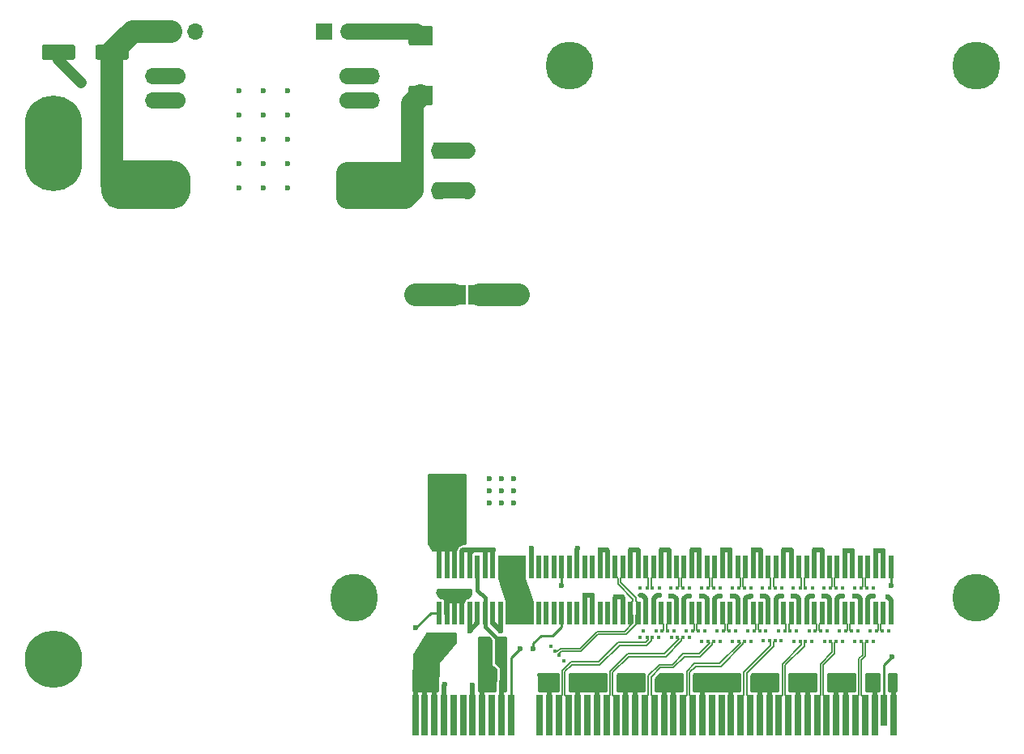
<source format=gtl>
%TF.GenerationSoftware,KiCad,Pcbnew,(5.1.9)-1*%
%TF.CreationDate,2021-07-12T14:29:20+08:00*%
%TF.ProjectId,V1-10x10,56312d31-3078-4313-902e-6b696361645f,rev?*%
%TF.SameCoordinates,Original*%
%TF.FileFunction,Copper,L1,Top*%
%TF.FilePolarity,Positive*%
%FSLAX46Y46*%
G04 Gerber Fmt 4.6, Leading zero omitted, Abs format (unit mm)*
G04 Created by KiCad (PCBNEW (5.1.9)-1) date 2021-07-12 14:29:20*
%MOMM*%
%LPD*%
G01*
G04 APERTURE LIST*
%TA.AperFunction,ConnectorPad*%
%ADD10R,0.700000X4.300000*%
%TD*%
%TA.AperFunction,ConnectorPad*%
%ADD11R,0.700000X3.200000*%
%TD*%
%TA.AperFunction,ComponentPad*%
%ADD12O,6.000000X10.000000*%
%TD*%
%TA.AperFunction,ComponentPad*%
%ADD13C,6.000000*%
%TD*%
%TA.AperFunction,SMDPad,CuDef*%
%ADD14R,0.500000X2.400000*%
%TD*%
%TA.AperFunction,ComponentPad*%
%ADD15C,5.000000*%
%TD*%
%TA.AperFunction,ComponentPad*%
%ADD16R,1.700000X1.700000*%
%TD*%
%TA.AperFunction,ComponentPad*%
%ADD17O,1.700000X1.700000*%
%TD*%
%TA.AperFunction,SMDPad,CuDef*%
%ADD18R,2.400000X2.000000*%
%TD*%
%TA.AperFunction,ComponentPad*%
%ADD19C,1.700000*%
%TD*%
%TA.AperFunction,ConnectorPad*%
%ADD20O,4.240000X1.700000*%
%TD*%
%TA.AperFunction,ViaPad*%
%ADD21C,0.600000*%
%TD*%
%TA.AperFunction,ViaPad*%
%ADD22C,0.450000*%
%TD*%
%TA.AperFunction,ViaPad*%
%ADD23C,0.800000*%
%TD*%
%TA.AperFunction,Conductor*%
%ADD24C,2.400000*%
%TD*%
%TA.AperFunction,Conductor*%
%ADD25C,0.500000*%
%TD*%
%TA.AperFunction,Conductor*%
%ADD26C,1.700000*%
%TD*%
%TA.AperFunction,Conductor*%
%ADD27C,1.200000*%
%TD*%
%TA.AperFunction,Conductor*%
%ADD28C,0.381000*%
%TD*%
%TA.AperFunction,Conductor*%
%ADD29C,0.250000*%
%TD*%
%TA.AperFunction,Conductor*%
%ADD30C,0.254000*%
%TD*%
%TA.AperFunction,Conductor*%
%ADD31C,0.153670*%
%TD*%
%TA.AperFunction,Conductor*%
%ADD32C,0.100000*%
%TD*%
G04 APERTURE END LIST*
D10*
X147650000Y-130550000D03*
X146650000Y-130550000D03*
X152650000Y-130550000D03*
X151650000Y-130550000D03*
X150650000Y-130550000D03*
X149650000Y-130550000D03*
X148650000Y-130550000D03*
X143650000Y-130550000D03*
X142650000Y-130550000D03*
X141650000Y-130550000D03*
X140650000Y-130550000D03*
X139650000Y-130550000D03*
X138650000Y-130550000D03*
X137650000Y-130550000D03*
X136650000Y-130550000D03*
X135650000Y-130550000D03*
X134650000Y-130550000D03*
X133650000Y-130550000D03*
X153650000Y-130550000D03*
X154650000Y-130550000D03*
X155650000Y-130550000D03*
X156650000Y-130550000D03*
X157650000Y-130550000D03*
X158650000Y-130550000D03*
X159650000Y-130550000D03*
X160650000Y-130550000D03*
X161650000Y-130550000D03*
X162650000Y-130550000D03*
X163650000Y-130550000D03*
X164650000Y-130550000D03*
X165650000Y-130550000D03*
X166650000Y-130550000D03*
X167650000Y-130550000D03*
X168650000Y-130550000D03*
X169650000Y-130550000D03*
X170650000Y-130550000D03*
X171650000Y-130550000D03*
X172650000Y-130550000D03*
X173650000Y-130550000D03*
X174650000Y-130550000D03*
X175650000Y-130550000D03*
X176650000Y-130550000D03*
X177650000Y-130550000D03*
X178650000Y-130550000D03*
X179650000Y-130550000D03*
X180650000Y-130550000D03*
X181650000Y-130550000D03*
D11*
X182650000Y-130000000D03*
D10*
X183650000Y-130550000D03*
D12*
X95800000Y-70750000D03*
D13*
X95800000Y-124650001D03*
D14*
X183350000Y-115020000D03*
X182550000Y-115020000D03*
X181750000Y-115020000D03*
X180950000Y-115020000D03*
X180150000Y-115020000D03*
X179350000Y-115020000D03*
X178550000Y-115020000D03*
X177750000Y-115020000D03*
X176950000Y-115020000D03*
X176150000Y-115020000D03*
X175350000Y-115020000D03*
X174550000Y-115020000D03*
X173750000Y-115020000D03*
X172950000Y-115020000D03*
X172150000Y-115020000D03*
X171350000Y-115020000D03*
X170550000Y-115020000D03*
X169750000Y-115020000D03*
X168950000Y-115020000D03*
X168150000Y-115020000D03*
X167350000Y-115020000D03*
X166550000Y-115020000D03*
X165750000Y-115020000D03*
X164950000Y-115020000D03*
X164150000Y-115020000D03*
X163350000Y-115020000D03*
X162550000Y-115020000D03*
X161750000Y-115020000D03*
X160950000Y-115020000D03*
X160150000Y-115020000D03*
X159350000Y-115020000D03*
X158550000Y-115020000D03*
X157750000Y-115020000D03*
X156950000Y-115020000D03*
X156150000Y-115020000D03*
X155350000Y-115020000D03*
X154550000Y-115020000D03*
X153750000Y-115020000D03*
X152950000Y-115020000D03*
X152150000Y-115020000D03*
X151350000Y-115020000D03*
X150550000Y-115020000D03*
X149750000Y-115020000D03*
X148950000Y-115020000D03*
X148150000Y-115020000D03*
X147350000Y-115020000D03*
X146550000Y-115020000D03*
X145750000Y-115020000D03*
X144950000Y-115020000D03*
X144150000Y-115020000D03*
X143350000Y-115020000D03*
X142550000Y-115020000D03*
X141750000Y-115020000D03*
X140950000Y-115020000D03*
X140150000Y-115020000D03*
X139350000Y-115020000D03*
X138550000Y-115020000D03*
X137750000Y-115020000D03*
X136950000Y-115020000D03*
X136150000Y-115020000D03*
X183350000Y-119820000D03*
X182550000Y-119820000D03*
X181750000Y-119820000D03*
X180950000Y-119820000D03*
X180150000Y-119820000D03*
X179350000Y-119820000D03*
X178550000Y-119820000D03*
X177750000Y-119820000D03*
X176950000Y-119820000D03*
X176150000Y-119820000D03*
X175350000Y-119820000D03*
X174550000Y-119820000D03*
X173750000Y-119820000D03*
X172950000Y-119820000D03*
X172150000Y-119820000D03*
X171350000Y-119820000D03*
X170550000Y-119820000D03*
X169750000Y-119820000D03*
X168950000Y-119820000D03*
X168150000Y-119820000D03*
X167350000Y-119820000D03*
X166550000Y-119820000D03*
X165750000Y-119820000D03*
X164950000Y-119820000D03*
X164150000Y-119820000D03*
X163350000Y-119820000D03*
X162550000Y-119820000D03*
X161750000Y-119820000D03*
X160950000Y-119820000D03*
X160150000Y-119820000D03*
X159350000Y-119820000D03*
X158550000Y-119820000D03*
X157750000Y-119820000D03*
X156950000Y-119820000D03*
X156150000Y-119820000D03*
X155350000Y-119820000D03*
X154550000Y-119820000D03*
X153750000Y-119820000D03*
X152950000Y-119820000D03*
X152150000Y-119820000D03*
X151350000Y-119820000D03*
X150550000Y-119820000D03*
X149750000Y-119820000D03*
X148950000Y-119820000D03*
X148150000Y-119820000D03*
X147350000Y-119820000D03*
X146550000Y-119820000D03*
X145750000Y-119820000D03*
X144950000Y-119820000D03*
X144150000Y-119820000D03*
X143350000Y-119820000D03*
X142550000Y-119820000D03*
X141750000Y-119820000D03*
X140950000Y-119820000D03*
X140150000Y-119820000D03*
X139350000Y-119820000D03*
X138550000Y-119820000D03*
X137750000Y-119820000D03*
X136950000Y-119820000D03*
D15*
X192250000Y-118220000D03*
X192250000Y-62620000D03*
X149750000Y-62620000D03*
D14*
X136150000Y-119820000D03*
D15*
X127250000Y-118220000D03*
D16*
X124130000Y-59080000D03*
D17*
X126670000Y-59080000D03*
D16*
X108130000Y-59080000D03*
D17*
X110670000Y-59080000D03*
D18*
X140405000Y-86530000D03*
X137755000Y-86530000D03*
D19*
X126598000Y-76454000D03*
D20*
X127868000Y-76454000D03*
X127868000Y-73914000D03*
D19*
X126598000Y-73914000D03*
D20*
X127868000Y-66294000D03*
D19*
X126598000Y-63754000D03*
X126598000Y-66294000D03*
D20*
X127868000Y-63754000D03*
X107548000Y-66294000D03*
D19*
X108818000Y-66294000D03*
D20*
X107548000Y-63754000D03*
D19*
X108818000Y-63754000D03*
D20*
X107548000Y-76454000D03*
D19*
X108818000Y-76454000D03*
D20*
X107548000Y-73914000D03*
D19*
X108818000Y-73914000D03*
%TA.AperFunction,SMDPad,CuDef*%
G36*
G01*
X132704000Y-72126000D02*
X132704000Y-70876000D01*
G75*
G02*
X132954000Y-70626000I250000J0D01*
G01*
X133704000Y-70626000D01*
G75*
G02*
X133954000Y-70876000I0J-250000D01*
G01*
X133954000Y-72126000D01*
G75*
G02*
X133704000Y-72376000I-250000J0D01*
G01*
X132954000Y-72376000D01*
G75*
G02*
X132704000Y-72126000I0J250000D01*
G01*
G37*
%TD.AperFunction*%
%TA.AperFunction,SMDPad,CuDef*%
G36*
G01*
X135504000Y-72126000D02*
X135504000Y-70876000D01*
G75*
G02*
X135754000Y-70626000I250000J0D01*
G01*
X136504000Y-70626000D01*
G75*
G02*
X136754000Y-70876000I0J-250000D01*
G01*
X136754000Y-72126000D01*
G75*
G02*
X136504000Y-72376000I-250000J0D01*
G01*
X135754000Y-72376000D01*
G75*
G02*
X135504000Y-72126000I0J250000D01*
G01*
G37*
%TD.AperFunction*%
%TA.AperFunction,SMDPad,CuDef*%
G36*
G01*
X132704000Y-76317000D02*
X132704000Y-75067000D01*
G75*
G02*
X132954000Y-74817000I250000J0D01*
G01*
X133704000Y-74817000D01*
G75*
G02*
X133954000Y-75067000I0J-250000D01*
G01*
X133954000Y-76317000D01*
G75*
G02*
X133704000Y-76567000I-250000J0D01*
G01*
X132954000Y-76567000D01*
G75*
G02*
X132704000Y-76317000I0J250000D01*
G01*
G37*
%TD.AperFunction*%
%TA.AperFunction,SMDPad,CuDef*%
G36*
G01*
X135504000Y-76317000D02*
X135504000Y-75067000D01*
G75*
G02*
X135754000Y-74817000I250000J0D01*
G01*
X136504000Y-74817000D01*
G75*
G02*
X136754000Y-75067000I0J-250000D01*
G01*
X136754000Y-76317000D01*
G75*
G02*
X136504000Y-76567000I-250000J0D01*
G01*
X135754000Y-76567000D01*
G75*
G02*
X135504000Y-76317000I0J250000D01*
G01*
G37*
%TD.AperFunction*%
%TA.AperFunction,SMDPad,CuDef*%
G36*
G01*
X135243000Y-66761000D02*
X133193000Y-66761000D01*
G75*
G02*
X132943000Y-66511000I0J250000D01*
G01*
X132943000Y-64936000D01*
G75*
G02*
X133193000Y-64686000I250000J0D01*
G01*
X135243000Y-64686000D01*
G75*
G02*
X135493000Y-64936000I0J-250000D01*
G01*
X135493000Y-66511000D01*
G75*
G02*
X135243000Y-66761000I-250000J0D01*
G01*
G37*
%TD.AperFunction*%
%TA.AperFunction,SMDPad,CuDef*%
G36*
G01*
X135243000Y-60536000D02*
X133193000Y-60536000D01*
G75*
G02*
X132943000Y-60286000I0J250000D01*
G01*
X132943000Y-58711000D01*
G75*
G02*
X133193000Y-58461000I250000J0D01*
G01*
X135243000Y-58461000D01*
G75*
G02*
X135493000Y-58711000I0J-250000D01*
G01*
X135493000Y-60286000D01*
G75*
G02*
X135243000Y-60536000I-250000J0D01*
G01*
G37*
%TD.AperFunction*%
%TA.AperFunction,SMDPad,CuDef*%
G36*
G01*
X98116000Y-60664000D02*
X98116000Y-61764000D01*
G75*
G02*
X97866000Y-62014000I-250000J0D01*
G01*
X94866000Y-62014000D01*
G75*
G02*
X94616000Y-61764000I0J250000D01*
G01*
X94616000Y-60664000D01*
G75*
G02*
X94866000Y-60414000I250000J0D01*
G01*
X97866000Y-60414000D01*
G75*
G02*
X98116000Y-60664000I0J-250000D01*
G01*
G37*
%TD.AperFunction*%
%TA.AperFunction,SMDPad,CuDef*%
G36*
G01*
X103716000Y-60664000D02*
X103716000Y-61764000D01*
G75*
G02*
X103466000Y-62014000I-250000J0D01*
G01*
X100466000Y-62014000D01*
G75*
G02*
X100216000Y-61764000I0J250000D01*
G01*
X100216000Y-60664000D01*
G75*
G02*
X100466000Y-60414000I250000J0D01*
G01*
X103466000Y-60414000D01*
G75*
G02*
X103716000Y-60664000I0J-250000D01*
G01*
G37*
%TD.AperFunction*%
D21*
X97350000Y-63050000D03*
X98050000Y-63700000D03*
X103411000Y-73914000D03*
X104661000Y-73914000D03*
X103391000Y-76454000D03*
X104661000Y-75184000D03*
X103391000Y-75184000D03*
X104661000Y-76454000D03*
X136984000Y-105796000D03*
X136984000Y-107026000D03*
X135714000Y-108296000D03*
X136984000Y-108296000D03*
X138254000Y-108296000D03*
X138254000Y-105796000D03*
X135714000Y-105796000D03*
X135714000Y-107026000D03*
X138254000Y-107026000D03*
X134716000Y-87274000D03*
X135986000Y-86004000D03*
X134716000Y-86004000D03*
X133446000Y-86004000D03*
X133446000Y-87274000D03*
X135986000Y-87274000D03*
X135960000Y-122560000D03*
X136400000Y-123650000D03*
X135250000Y-123650000D03*
X135630000Y-124770000D03*
X134600000Y-125360000D03*
X134630000Y-127100000D03*
X134610000Y-126230000D03*
X135620000Y-125730000D03*
X135630000Y-126600000D03*
X135650000Y-127470000D03*
X137150000Y-122590000D03*
D22*
X183560000Y-127520000D03*
X183560000Y-126640000D03*
D21*
X153000000Y-113250000D03*
X153700000Y-113250000D03*
X154600000Y-118150000D03*
X155300000Y-118150000D03*
X151400000Y-118000000D03*
X152100000Y-118000000D03*
X179560000Y-118110000D03*
X181540000Y-118110000D03*
X159140000Y-118010000D03*
X160360000Y-118060000D03*
X162340000Y-118060000D03*
X163560000Y-118060000D03*
X165540000Y-118060000D03*
X166760000Y-118110000D03*
X168740000Y-118110000D03*
X169960000Y-118110000D03*
X171940000Y-118110000D03*
X173160000Y-118110000D03*
X175140000Y-118110000D03*
X176360000Y-118110000D03*
X178340000Y-118110000D03*
D22*
X147800000Y-123300000D03*
X149200000Y-124800000D03*
D21*
X137500000Y-75700000D03*
X138300000Y-75700000D03*
X137500000Y-71500000D03*
X138300000Y-71500000D03*
D22*
X157500000Y-121730000D03*
X181160000Y-127520000D03*
X181160000Y-126640000D03*
X167140000Y-127550000D03*
X167140000Y-126670000D03*
X147030000Y-127600000D03*
X147030000Y-126720000D03*
X160700000Y-121730000D03*
X160400000Y-122400000D03*
X162300000Y-122400000D03*
X162000000Y-121730000D03*
X163900000Y-121730000D03*
X163600000Y-122780000D03*
X165500000Y-122780000D03*
X165200000Y-121730000D03*
X167100000Y-121730000D03*
X166800000Y-122770000D03*
X168700000Y-122770000D03*
X168400000Y-121720000D03*
X170300000Y-121720000D03*
X170000000Y-122760000D03*
X171900000Y-122760000D03*
X171600000Y-121740000D03*
X173500000Y-121740000D03*
X173200000Y-122770000D03*
X175100000Y-122770000D03*
X174800000Y-121730000D03*
X176700000Y-121730000D03*
X176400000Y-122790000D03*
X178300000Y-122790000D03*
X178000000Y-121730000D03*
X179900000Y-121730000D03*
X179600000Y-122770000D03*
X181500000Y-122770000D03*
X181200000Y-121730000D03*
X183100000Y-121730000D03*
X157160000Y-117210000D03*
X159140000Y-117210000D03*
X160360000Y-117220000D03*
X162340000Y-117220000D03*
X163560000Y-117210000D03*
X165540000Y-117210000D03*
X166760000Y-117210000D03*
X168740000Y-117210000D03*
X169960000Y-117220000D03*
X171940000Y-117220000D03*
X173160000Y-117220000D03*
X175140000Y-117220000D03*
X176360000Y-117190000D03*
X178340000Y-117190000D03*
X179560000Y-117210000D03*
X181540000Y-117210000D03*
X159100000Y-122400000D03*
X177150000Y-127490000D03*
X177150000Y-126610000D03*
X179180000Y-126630000D03*
X179190000Y-127480000D03*
X173140000Y-127510000D03*
X175170000Y-126650000D03*
X175180000Y-127500000D03*
X173140000Y-126630000D03*
X169130000Y-127550000D03*
X171160000Y-126690000D03*
X171170000Y-127540000D03*
X169130000Y-126670000D03*
X163140000Y-127560000D03*
X165170000Y-126700000D03*
X165180000Y-127550000D03*
X163140000Y-126680000D03*
X159140000Y-127570000D03*
X161170000Y-126710000D03*
X161180000Y-127560000D03*
X159140000Y-126690000D03*
X155140000Y-127570000D03*
X157170000Y-126710000D03*
X157180000Y-127560000D03*
X155140000Y-126690000D03*
X150140000Y-127600000D03*
X152170000Y-126740000D03*
X152180000Y-127590000D03*
X150140000Y-126720000D03*
D21*
X115228000Y-65240000D03*
X117768000Y-65240000D03*
X120308000Y-65240000D03*
X115228000Y-67780000D03*
X117768000Y-67780000D03*
X120308000Y-67780000D03*
X115228000Y-70320000D03*
X117768000Y-70320000D03*
X120308000Y-70320000D03*
X115228000Y-72860000D03*
X117768000Y-72860000D03*
X120308000Y-72860000D03*
X115228000Y-75400000D03*
X117768000Y-75400000D03*
X120308000Y-75400000D03*
D22*
X157160000Y-122400000D03*
X158800000Y-121730000D03*
D21*
X139100000Y-71500000D03*
X139100000Y-75700000D03*
X136700000Y-127300000D03*
X139600000Y-127400000D03*
X142600000Y-121700000D03*
X141000000Y-113200000D03*
X141800000Y-113200000D03*
X145800000Y-113100000D03*
X150600000Y-113100000D03*
X156200000Y-113200000D03*
X156900000Y-113200000D03*
X159400000Y-113200000D03*
X160100000Y-113200000D03*
X162600000Y-113200000D03*
X163300000Y-113200000D03*
X165800000Y-113200000D03*
X166500000Y-113200000D03*
X169000000Y-113200000D03*
X169700000Y-113200000D03*
X172200000Y-113200000D03*
X172900000Y-113200000D03*
X176100000Y-113200000D03*
X175400000Y-113200000D03*
X178600000Y-113300000D03*
X179300000Y-113300000D03*
X181800000Y-113300000D03*
X182500000Y-113300000D03*
X183050000Y-118150000D03*
D22*
X157160000Y-118010000D03*
D21*
X139350000Y-121700000D03*
X98750000Y-64400000D03*
X143960000Y-116930000D03*
X145200000Y-117970000D03*
X143460000Y-117940000D03*
X144330000Y-117950000D03*
X144830000Y-116950000D03*
X140920000Y-122840000D03*
X140920000Y-123750000D03*
X140930000Y-124630000D03*
X140620000Y-125540000D03*
X140630000Y-126410000D03*
X141650000Y-126780000D03*
X141670000Y-127650000D03*
X140650000Y-127280000D03*
X141640000Y-125910000D03*
X143090000Y-116920000D03*
X144570152Y-123570152D03*
X148900000Y-117000000D03*
X146000000Y-123600000D03*
D22*
X148694001Y-124264001D03*
X148285999Y-123855999D03*
X168038500Y-117210000D03*
X168038500Y-122770000D03*
X167461500Y-117210000D03*
X167461500Y-122770000D03*
X164838500Y-117210000D03*
X164838500Y-122770000D03*
X164261500Y-117210000D03*
X164261500Y-122770000D03*
X161638500Y-117220000D03*
X161638500Y-122400000D03*
X161061500Y-117220000D03*
X161061500Y-122400000D03*
X157861500Y-122400000D03*
X157861500Y-117210000D03*
X158438500Y-122400000D03*
X158438500Y-117210000D03*
X169638500Y-121719647D03*
X169061500Y-121719647D03*
X166438500Y-121732508D03*
X165861500Y-121732508D03*
X163238500Y-121732766D03*
X162661500Y-121732766D03*
X159461500Y-121733502D03*
X160038500Y-121733502D03*
D21*
X183500000Y-124400000D03*
X183400000Y-117000000D03*
X133700000Y-121400000D03*
X141414000Y-105796000D03*
X142684000Y-105796000D03*
X143954000Y-105796000D03*
X142684000Y-107026000D03*
X141414000Y-108296000D03*
X142684000Y-108296000D03*
X143954000Y-108296000D03*
X143954000Y-107026000D03*
X141414000Y-107026000D03*
D23*
X136205000Y-117750000D03*
X139205000Y-117750000D03*
X138205000Y-117750000D03*
X137205000Y-117750000D03*
D21*
X142114000Y-85826000D03*
X143384000Y-85826000D03*
X142114000Y-87096000D03*
X143384000Y-87096000D03*
X144654000Y-85826000D03*
X144654000Y-87096000D03*
X130789000Y-73914000D03*
X132059000Y-73914000D03*
X130789000Y-75184000D03*
X132059000Y-75184000D03*
X130789000Y-76454000D03*
X132059000Y-76454000D03*
D22*
X182438500Y-121733502D03*
X181861500Y-121733502D03*
X179238500Y-121731922D03*
X178661500Y-121731922D03*
X170661500Y-117220000D03*
X170661500Y-122760000D03*
X171238500Y-117220000D03*
X171238500Y-122760000D03*
X173861500Y-117220000D03*
X173861500Y-122770000D03*
X174438500Y-117220000D03*
X174438500Y-122770000D03*
X177061500Y-117190000D03*
X177061500Y-122780000D03*
X177638500Y-117190000D03*
X177638500Y-122780000D03*
X180261500Y-117210000D03*
X180261500Y-122770000D03*
X180838500Y-117210000D03*
X180838500Y-122770000D03*
X172261500Y-121733013D03*
X172838500Y-121733013D03*
X175461500Y-121730046D03*
X176038500Y-121730046D03*
D24*
X137695000Y-86570000D02*
X133645000Y-86570000D01*
X104100000Y-59080000D02*
X108130000Y-59080000D01*
X101966000Y-61214000D02*
X104100000Y-59080000D01*
D25*
X135650000Y-127670000D02*
X135650000Y-130550000D01*
X134630000Y-130530000D02*
X134650000Y-130550000D01*
X134630000Y-127300000D02*
X134630000Y-130530000D01*
X133650000Y-127390000D02*
X134610000Y-126430000D01*
X133650000Y-130550000D02*
X133650000Y-127390000D01*
X136150000Y-115020000D02*
X136150000Y-112850000D01*
X136950000Y-115020000D02*
X136950000Y-113050000D01*
X137750000Y-115020000D02*
X137750000Y-112950000D01*
D24*
X101966000Y-75029000D02*
X103391000Y-76454000D01*
X101966000Y-61214000D02*
X101966000Y-75029000D01*
D25*
X153750000Y-113300000D02*
X153700000Y-113250000D01*
X153750000Y-115070000D02*
X153750000Y-113300000D01*
X153000000Y-113250000D02*
X153700000Y-113250000D01*
X152950000Y-113300000D02*
X153000000Y-113250000D01*
X152950000Y-115070000D02*
X152950000Y-113300000D01*
X155350000Y-118200000D02*
X155300000Y-118150000D01*
X155350000Y-119970000D02*
X155350000Y-118200000D01*
X154600000Y-118150000D02*
X155300000Y-118150000D01*
X154550000Y-118200000D02*
X154600000Y-118150000D01*
X154550000Y-119970000D02*
X154550000Y-118200000D01*
X152150000Y-118050000D02*
X152100000Y-118000000D01*
X152150000Y-119820000D02*
X152150000Y-118050000D01*
X151400000Y-118000000D02*
X152100000Y-118000000D01*
X151350000Y-118050000D02*
X151400000Y-118000000D01*
X151350000Y-119820000D02*
X151350000Y-118050000D01*
X179900002Y-118110000D02*
X179560000Y-118110000D01*
X180150000Y-118359998D02*
X179900002Y-118110000D01*
X180150000Y-119820000D02*
X180150000Y-118359998D01*
X181199998Y-118110000D02*
X181540000Y-118110000D01*
X180950000Y-119820000D02*
X180950000Y-118359998D01*
X180950000Y-118359998D02*
X181199998Y-118110000D01*
X176950000Y-119820000D02*
X176950000Y-118359998D01*
X176950000Y-118359998D02*
X176700002Y-118110000D01*
X176700002Y-118110000D02*
X176360000Y-118110000D01*
X177750000Y-119820000D02*
X177750000Y-118359998D01*
X177750000Y-118359998D02*
X177999998Y-118110000D01*
X177999998Y-118110000D02*
X178340000Y-118110000D01*
X183650000Y-127625000D02*
X183650000Y-130550000D01*
D26*
X133799500Y-59080000D02*
X134218000Y-59498500D01*
X126670000Y-59080000D02*
X133799500Y-59080000D01*
X139099000Y-71501000D02*
X139100000Y-71500000D01*
X136129000Y-71501000D02*
X139099000Y-71501000D01*
X139092000Y-75692000D02*
X139100000Y-75700000D01*
X136129000Y-75692000D02*
X139092000Y-75692000D01*
D25*
X136650000Y-127350000D02*
X136700000Y-127300000D01*
X136650000Y-130550000D02*
X136650000Y-127350000D01*
X139650000Y-127450000D02*
X139600000Y-127400000D01*
X139650000Y-130550000D02*
X139650000Y-127450000D01*
X147650000Y-130550000D02*
X147650000Y-127750000D01*
X150650000Y-130550000D02*
X150650000Y-127850000D01*
X152650000Y-130550000D02*
X152650000Y-127850000D01*
X181650000Y-130550000D02*
X181650000Y-127550000D01*
X178650000Y-130550000D02*
X178650000Y-127650000D01*
X177650000Y-130550000D02*
X177650000Y-127950000D01*
X174650000Y-130550000D02*
X174650000Y-127650000D01*
X173650000Y-130550000D02*
X173650000Y-127750000D01*
X170650000Y-130550000D02*
X170650000Y-127350000D01*
X169650000Y-130550000D02*
X169650000Y-127550000D01*
X166650000Y-130550000D02*
X166650000Y-127650000D01*
X163650000Y-130550000D02*
X163650000Y-127550000D01*
X160650000Y-130550000D02*
X160650000Y-127650000D01*
X159650000Y-130550000D02*
X159650000Y-127850000D01*
X155650000Y-130550000D02*
X155650000Y-127650000D01*
X156650000Y-130550000D02*
X156650000Y-127750000D01*
X141750000Y-120850000D02*
X142600000Y-121700000D01*
X141750000Y-119820000D02*
X141750000Y-120850000D01*
X142550000Y-121650000D02*
X142600000Y-121700000D01*
X142550000Y-119820000D02*
X142550000Y-121650000D01*
X141750000Y-113250000D02*
X141800000Y-113200000D01*
X141750000Y-115020000D02*
X141750000Y-113250000D01*
X140950000Y-113250000D02*
X141000000Y-113200000D01*
X140950000Y-115020000D02*
X140950000Y-113250000D01*
X139350000Y-113559998D02*
X139350000Y-115020000D01*
X139709998Y-113200000D02*
X139350000Y-113559998D01*
X141000000Y-113200000D02*
X139709998Y-113200000D01*
X138550000Y-113320000D02*
X138550000Y-115020000D01*
X138670000Y-113200000D02*
X138550000Y-113320000D01*
X141000000Y-113200000D02*
X138670000Y-113200000D01*
X141000000Y-113200000D02*
X141800000Y-113200000D01*
X145750000Y-113150000D02*
X145800000Y-113100000D01*
X145750000Y-115020000D02*
X145750000Y-113150000D01*
X150550000Y-113150000D02*
X150600000Y-113100000D01*
X150550000Y-115020000D02*
X150550000Y-113150000D01*
X156200000Y-113200000D02*
X156900000Y-113200000D01*
X156950000Y-115020000D02*
X156950000Y-113250000D01*
X156950000Y-113250000D02*
X156900000Y-113200000D01*
X156150000Y-115020000D02*
X156150000Y-113250000D01*
X156150000Y-113250000D02*
X156200000Y-113200000D01*
X159350000Y-113250000D02*
X159400000Y-113200000D01*
X159350000Y-115020000D02*
X159350000Y-113250000D01*
X160150000Y-113250000D02*
X160100000Y-113200000D01*
X160150000Y-115020000D02*
X160150000Y-113250000D01*
X159400000Y-113200000D02*
X160100000Y-113200000D01*
X162550000Y-113250000D02*
X162600000Y-113200000D01*
X162550000Y-115020000D02*
X162550000Y-113250000D01*
X163350000Y-113250000D02*
X163300000Y-113200000D01*
X163350000Y-115020000D02*
X163350000Y-113250000D01*
X162600000Y-113200000D02*
X163300000Y-113200000D01*
X165750000Y-113250000D02*
X165800000Y-113200000D01*
X165750000Y-115020000D02*
X165750000Y-113250000D01*
X166550000Y-113250000D02*
X166500000Y-113200000D01*
X166550000Y-115020000D02*
X166550000Y-113250000D01*
X165800000Y-113200000D02*
X166500000Y-113200000D01*
X168950000Y-113250000D02*
X169000000Y-113200000D01*
X168950000Y-115020000D02*
X168950000Y-113250000D01*
X169750000Y-113250000D02*
X169700000Y-113200000D01*
X169750000Y-115020000D02*
X169750000Y-113250000D01*
X172150000Y-113250000D02*
X172200000Y-113200000D01*
X172150000Y-115020000D02*
X172150000Y-113250000D01*
X172950000Y-113250000D02*
X172900000Y-113200000D01*
X172950000Y-115020000D02*
X172950000Y-113250000D01*
X176150000Y-113250000D02*
X176100000Y-113200000D01*
X176150000Y-115020000D02*
X176150000Y-113250000D01*
X175350000Y-113250000D02*
X175400000Y-113200000D01*
X175350000Y-115020000D02*
X175350000Y-113250000D01*
X178550000Y-113350000D02*
X178600000Y-113300000D01*
X178550000Y-115020000D02*
X178550000Y-113350000D01*
X179350000Y-113350000D02*
X179300000Y-113300000D01*
X179350000Y-115020000D02*
X179350000Y-113350000D01*
X181750000Y-113350000D02*
X181800000Y-113300000D01*
X181750000Y-115020000D02*
X181750000Y-113350000D01*
X182550000Y-113350000D02*
X182500000Y-113300000D01*
X182550000Y-115020000D02*
X182550000Y-113350000D01*
X182500000Y-113300000D02*
X181800000Y-113300000D01*
X179300000Y-113300000D02*
X178600000Y-113300000D01*
X176100000Y-113200000D02*
X175400000Y-113200000D01*
X172900000Y-113200000D02*
X172200000Y-113200000D01*
X169700000Y-113200000D02*
X169000000Y-113200000D01*
X158899998Y-118010000D02*
X159140000Y-118010000D01*
X158550000Y-118359998D02*
X158899998Y-118010000D01*
X158550000Y-119820000D02*
X158550000Y-118359998D01*
X160650002Y-118060000D02*
X160360000Y-118060000D01*
X160950000Y-118359998D02*
X160650002Y-118060000D01*
X160950000Y-119820000D02*
X160950000Y-118359998D01*
X162049998Y-118060000D02*
X162340000Y-118060000D01*
X161750000Y-118359998D02*
X162049998Y-118060000D01*
X161750000Y-119820000D02*
X161750000Y-118359998D01*
X163850002Y-118060000D02*
X163560000Y-118060000D01*
X164150000Y-118359998D02*
X163850002Y-118060000D01*
X164150000Y-119820000D02*
X164150000Y-118359998D01*
X165249998Y-118060000D02*
X165540000Y-118060000D01*
X164950000Y-118359998D02*
X165249998Y-118060000D01*
X164950000Y-119820000D02*
X164950000Y-118359998D01*
X167100002Y-118110000D02*
X166760000Y-118110000D01*
X167350000Y-118359998D02*
X167100002Y-118110000D01*
X167350000Y-119820000D02*
X167350000Y-118359998D01*
X168680001Y-118169999D02*
X168740000Y-118110000D01*
X168339999Y-118169999D02*
X168680001Y-118169999D01*
X168150000Y-118359998D02*
X168339999Y-118169999D01*
X168150000Y-119820000D02*
X168150000Y-118359998D01*
X170300002Y-118110000D02*
X169960000Y-118110000D01*
X170550000Y-118359998D02*
X170300002Y-118110000D01*
X170550000Y-119820000D02*
X170550000Y-118359998D01*
X171599998Y-118110000D02*
X171940000Y-118110000D01*
X171350000Y-118359998D02*
X171599998Y-118110000D01*
X171350000Y-119820000D02*
X171350000Y-118359998D01*
X173500002Y-118110000D02*
X173160000Y-118110000D01*
X173750000Y-118359998D02*
X173500002Y-118110000D01*
X173750000Y-119820000D02*
X173750000Y-118359998D01*
X174799998Y-118110000D02*
X175140000Y-118110000D01*
X174550000Y-118359998D02*
X174799998Y-118110000D01*
X174550000Y-119820000D02*
X174550000Y-118359998D01*
X183350000Y-118450000D02*
X183050000Y-118150000D01*
X183350000Y-119820000D02*
X183350000Y-118450000D01*
X157400002Y-118010000D02*
X157160000Y-118010000D01*
X157750000Y-118359998D02*
X157400002Y-118010000D01*
X157750000Y-119820000D02*
X157750000Y-118359998D01*
X139350000Y-119820000D02*
X139350000Y-121700000D01*
X140150000Y-120900000D02*
X139350000Y-121700000D01*
X140150000Y-119820000D02*
X140150000Y-120900000D01*
D27*
X96366000Y-62016000D02*
X98750000Y-64400000D01*
X96366000Y-61214000D02*
X96366000Y-62016000D01*
D25*
X140650000Y-130550000D02*
X140650000Y-127280000D01*
D28*
X140950000Y-121250000D02*
X142650000Y-122950000D01*
X140950000Y-119820000D02*
X140950000Y-121250000D01*
X140950000Y-118239000D02*
X140950000Y-119820000D01*
X140150000Y-117439000D02*
X140950000Y-118239000D01*
X140150000Y-115020000D02*
X140150000Y-117439000D01*
D25*
X142650000Y-130550000D02*
X142650000Y-127050000D01*
D29*
X143650000Y-130550000D02*
X143650000Y-124490304D01*
X143650000Y-124490304D02*
X144570152Y-123570152D01*
D30*
X148950000Y-115888602D02*
X148950000Y-114650000D01*
X148950000Y-116950000D02*
X148900000Y-117000000D01*
X148950000Y-115020000D02*
X148950000Y-116950000D01*
X146000000Y-123600000D02*
X146000000Y-123000000D01*
X146000000Y-123000000D02*
X146800000Y-122200000D01*
X148950000Y-121274000D02*
X148950000Y-119820000D01*
X148024000Y-122200000D02*
X148950000Y-121274000D01*
X146800000Y-122200000D02*
X148024000Y-122200000D01*
D31*
X156690335Y-121018129D02*
X155658129Y-122050335D01*
X156950000Y-119820000D02*
X156690335Y-120079665D01*
X156690335Y-120079665D02*
X156690335Y-121018129D01*
X155658129Y-122050335D02*
X152768129Y-122050335D01*
X152768129Y-122050335D02*
X150998129Y-123820335D01*
X148694001Y-124054463D02*
X148928129Y-123820335D01*
X148694001Y-124264001D02*
X148694001Y-124054463D01*
X148928129Y-123820335D02*
X150998129Y-123820335D01*
X156690335Y-118610335D02*
X156690335Y-118251871D01*
X156950000Y-118870000D02*
X156690335Y-118610335D01*
X156950000Y-119820000D02*
X156950000Y-118870000D01*
X155090335Y-116651871D02*
X155090335Y-116229665D01*
X155350000Y-115970000D02*
X155350000Y-115020000D01*
X156690335Y-118251871D02*
X155090335Y-116651871D01*
X155090335Y-116229665D02*
X155350000Y-115970000D01*
X156150000Y-119820000D02*
X156409665Y-120079665D01*
X156409665Y-120079665D02*
X156409665Y-120901871D01*
X156409665Y-120901871D02*
X155541871Y-121769665D01*
X155541871Y-121769665D02*
X152651871Y-121769665D01*
X152651871Y-121769665D02*
X150881871Y-123539665D01*
X148811871Y-123539665D02*
X150881871Y-123539665D01*
X148495537Y-123855999D02*
X148811871Y-123539665D01*
X148285999Y-123855999D02*
X148495537Y-123855999D01*
X156409665Y-118610335D02*
X156409665Y-118368129D01*
X156150000Y-118870000D02*
X156409665Y-118610335D01*
X156150000Y-119820000D02*
X156150000Y-118870000D01*
X154550000Y-115970000D02*
X154550000Y-115020000D01*
X154809665Y-116229665D02*
X154550000Y-115970000D01*
X154809665Y-116768129D02*
X154809665Y-116229665D01*
X156409665Y-118368129D02*
X154809665Y-116768129D01*
X167890335Y-117061835D02*
X168038500Y-117210000D01*
X167890335Y-116229665D02*
X167890335Y-117061835D01*
X168150000Y-115970000D02*
X167890335Y-116229665D01*
X168150000Y-115020000D02*
X168150000Y-115970000D01*
X162650000Y-128750000D02*
X162650000Y-130550000D01*
X162290335Y-128390335D02*
X162650000Y-128750000D01*
X162290335Y-126058129D02*
X162290335Y-128390335D01*
X162948129Y-125400335D02*
X162290335Y-126058129D01*
X167890335Y-123078129D02*
X165568129Y-125400335D01*
X165568129Y-125400335D02*
X162948129Y-125400335D01*
X168038500Y-122770000D02*
X167890335Y-122918165D01*
X167890335Y-122918165D02*
X167890335Y-123078129D01*
X167609665Y-117061835D02*
X167461500Y-117210000D01*
X167609665Y-116229665D02*
X167609665Y-117061835D01*
X167350000Y-115970000D02*
X167609665Y-116229665D01*
X167350000Y-115020000D02*
X167350000Y-115970000D01*
X165451871Y-125119665D02*
X162831871Y-125119665D01*
X167461500Y-122770000D02*
X167609665Y-122918165D01*
X167609665Y-122961871D02*
X165451871Y-125119665D01*
X162831871Y-125119665D02*
X162009665Y-125941871D01*
X167609665Y-122918165D02*
X167609665Y-122961871D01*
X162009665Y-128390335D02*
X161650000Y-128750000D01*
X162009665Y-125941871D02*
X162009665Y-128390335D01*
X161650000Y-128750000D02*
X161650000Y-130550000D01*
X164690335Y-116229665D02*
X164690335Y-117061835D01*
X164690335Y-117061835D02*
X164838500Y-117210000D01*
X164950000Y-115020000D02*
X164950000Y-115970000D01*
X164950000Y-115970000D02*
X164690335Y-116229665D01*
X164690335Y-122918165D02*
X164690335Y-123108129D01*
X164838500Y-122770000D02*
X164690335Y-122918165D01*
X164690335Y-123108129D02*
X163408129Y-124390335D01*
X163408129Y-124390335D02*
X161758129Y-124390335D01*
X158650000Y-128750000D02*
X158290335Y-128390335D01*
X158650000Y-130550000D02*
X158650000Y-128750000D01*
X158290335Y-128390335D02*
X158290335Y-126508129D01*
X158290335Y-126508129D02*
X159258129Y-125540335D01*
X160608129Y-125540335D02*
X161758129Y-124390335D01*
X159258129Y-125540335D02*
X160608129Y-125540335D01*
X164409665Y-117061835D02*
X164261500Y-117210000D01*
X164409665Y-116229665D02*
X164409665Y-117061835D01*
X164150000Y-115970000D02*
X164409665Y-116229665D01*
X164150000Y-115020000D02*
X164150000Y-115970000D01*
X164409665Y-122918165D02*
X164409665Y-122991871D01*
X164261500Y-122770000D02*
X164409665Y-122918165D01*
X164409665Y-122991871D02*
X163291871Y-124109665D01*
X163291871Y-124109665D02*
X161641871Y-124109665D01*
X157650000Y-128750000D02*
X158009665Y-128390335D01*
X157650000Y-130550000D02*
X157650000Y-128750000D01*
X158009665Y-128390335D02*
X158009665Y-126391871D01*
X158009665Y-126391871D02*
X159141871Y-125259665D01*
X160491871Y-125259665D02*
X161641871Y-124109665D01*
X159141871Y-125259665D02*
X160491871Y-125259665D01*
X161490335Y-117071835D02*
X161638500Y-117220000D01*
X161490335Y-116229665D02*
X161490335Y-117071835D01*
X161750000Y-115970000D02*
X161490335Y-116229665D01*
X161750000Y-115020000D02*
X161750000Y-115970000D01*
X154650000Y-128750000D02*
X154650000Y-130550000D01*
X154290335Y-126068129D02*
X154290335Y-128390335D01*
X161638500Y-122400000D02*
X161490335Y-122548165D01*
X161490335Y-122698129D02*
X159808129Y-124380335D01*
X159808129Y-124380335D02*
X155978129Y-124380335D01*
X161490335Y-122548165D02*
X161490335Y-122698129D01*
X154290335Y-128390335D02*
X154650000Y-128750000D01*
X155978129Y-124380335D02*
X154290335Y-126068129D01*
X161209665Y-117071835D02*
X161061500Y-117220000D01*
X160950000Y-115970000D02*
X161209665Y-116229665D01*
X160950000Y-115020000D02*
X160950000Y-115970000D01*
X161209665Y-116229665D02*
X161209665Y-117071835D01*
X161209665Y-122548165D02*
X161209665Y-122581871D01*
X154009665Y-125951871D02*
X154009665Y-128390335D01*
X161209665Y-122581871D02*
X159691871Y-124099665D01*
X159691871Y-124099665D02*
X155861871Y-124099665D01*
X155861871Y-124099665D02*
X154009665Y-125951871D01*
X154009665Y-128390335D02*
X153650000Y-128750000D01*
X153650000Y-128750000D02*
X153650000Y-130550000D01*
X161061500Y-122400000D02*
X161209665Y-122548165D01*
X158009665Y-117061835D02*
X157861500Y-117210000D01*
X158009665Y-116229665D02*
X158009665Y-117061835D01*
X157750000Y-115020000D02*
X157750000Y-115970000D01*
X157750000Y-115970000D02*
X158009665Y-116229665D01*
X157861500Y-122400000D02*
X158009665Y-122548165D01*
X158009665Y-122548165D02*
X158009665Y-122601871D01*
X158009665Y-122601871D02*
X157701871Y-122909665D01*
X157701871Y-122909665D02*
X154871871Y-122909665D01*
X154871871Y-122909665D02*
X152821871Y-124959665D01*
X149009665Y-128390335D02*
X148650000Y-128750000D01*
X152821871Y-124959665D02*
X149911871Y-124959665D01*
X149911871Y-124959665D02*
X149009665Y-125861871D01*
X149009665Y-125861871D02*
X149009665Y-128390335D01*
X148650000Y-128750000D02*
X148650000Y-130550000D01*
X158290335Y-117061835D02*
X158438500Y-117210000D01*
X158290335Y-116229665D02*
X158290335Y-117061835D01*
X158550000Y-115020000D02*
X158550000Y-115970000D01*
X158550000Y-115970000D02*
X158290335Y-116229665D01*
X149650000Y-128750000D02*
X149650000Y-130550000D01*
X149290335Y-125978129D02*
X149290335Y-128390335D01*
X152938129Y-125240335D02*
X150028129Y-125240335D01*
X154988129Y-123190335D02*
X152938129Y-125240335D01*
X157818129Y-123190335D02*
X154988129Y-123190335D01*
X150028129Y-125240335D02*
X149290335Y-125978129D01*
X158290335Y-122548165D02*
X158290335Y-122718129D01*
X149290335Y-128390335D02*
X149650000Y-128750000D01*
X158290335Y-122718129D02*
X157818129Y-123190335D01*
X158438500Y-122400000D02*
X158290335Y-122548165D01*
X169490335Y-121029665D02*
X169490335Y-121571482D01*
X169750000Y-120770000D02*
X169490335Y-121029665D01*
X169490335Y-121571482D02*
X169638500Y-121719647D01*
X169750000Y-119820000D02*
X169750000Y-120770000D01*
X169209665Y-121571482D02*
X169061500Y-121719647D01*
X169209665Y-121029665D02*
X169209665Y-121571482D01*
X168950000Y-120770000D02*
X169209665Y-121029665D01*
X168950000Y-119820000D02*
X168950000Y-120770000D01*
X166290335Y-121584343D02*
X166438500Y-121732508D01*
X166550000Y-119820000D02*
X166550000Y-120770000D01*
X166550000Y-120770000D02*
X166290335Y-121029665D01*
X166290335Y-121029665D02*
X166290335Y-121584343D01*
X166009665Y-121584343D02*
X165861500Y-121732508D01*
X165750000Y-120770000D02*
X166009665Y-121029665D01*
X165750000Y-119820000D02*
X165750000Y-120770000D01*
X166009665Y-121029665D02*
X166009665Y-121584343D01*
X163090335Y-121584601D02*
X163238500Y-121732766D01*
X163350000Y-119820000D02*
X163350000Y-120770000D01*
X163350000Y-120770000D02*
X163090335Y-121029665D01*
X163090335Y-121029665D02*
X163090335Y-121584601D01*
X162809665Y-121584601D02*
X162661500Y-121732766D01*
X162809665Y-121029665D02*
X162809665Y-121584601D01*
X162550000Y-120770000D02*
X162809665Y-121029665D01*
X162550000Y-119820000D02*
X162550000Y-120770000D01*
X159609665Y-121585337D02*
X159461500Y-121733502D01*
X159609665Y-121029665D02*
X159609665Y-121585337D01*
X159350000Y-120770000D02*
X159609665Y-121029665D01*
X159350000Y-119820000D02*
X159350000Y-120770000D01*
X159890335Y-121585337D02*
X160038500Y-121733502D01*
X160150000Y-120770000D02*
X159890335Y-121029665D01*
X159890335Y-121029665D02*
X159890335Y-121585337D01*
X160150000Y-119820000D02*
X160150000Y-120770000D01*
D30*
X183350000Y-115020000D02*
X183350000Y-116950000D01*
X183350000Y-116950000D02*
X183400000Y-117000000D01*
X182650000Y-130000000D02*
X182650000Y-125250000D01*
X182650000Y-125250000D02*
X183500000Y-124400000D01*
X135280000Y-119820000D02*
X136150000Y-119820000D01*
X133700000Y-121400000D02*
X135280000Y-119820000D01*
D25*
X136930000Y-118025000D02*
X137205000Y-117750000D01*
X136930000Y-119900000D02*
X136930000Y-118025000D01*
X138530000Y-118075000D02*
X138205000Y-117750000D01*
X137730000Y-118225000D02*
X138205000Y-117750000D01*
X138530000Y-119900000D02*
X138530000Y-118075000D01*
X137730000Y-119900000D02*
X137730000Y-118225000D01*
D24*
X133329000Y-66612500D02*
X134218000Y-65723500D01*
X133075000Y-73914000D02*
X133329000Y-73660000D01*
X133329000Y-75692000D02*
X133329000Y-73660000D01*
X133329000Y-73660000D02*
X133329000Y-66612500D01*
X132567000Y-76454000D02*
X133329000Y-75692000D01*
X126598000Y-76454000D02*
X132567000Y-76454000D01*
X126598000Y-76454000D02*
X126598000Y-73914000D01*
X140405000Y-86530000D02*
X144455000Y-86530000D01*
X126598000Y-73914000D02*
X133075000Y-73914000D01*
D31*
X182290335Y-121585337D02*
X182438500Y-121733502D01*
X182550000Y-120770000D02*
X182290335Y-121029665D01*
X182290335Y-121029665D02*
X182290335Y-121585337D01*
X182550000Y-119820000D02*
X182550000Y-120770000D01*
X182009665Y-121585337D02*
X181861500Y-121733502D01*
X181750000Y-120770000D02*
X182009665Y-121029665D01*
X181750000Y-119820000D02*
X181750000Y-120770000D01*
X182009665Y-121029665D02*
X182009665Y-121585337D01*
X179090335Y-121583757D02*
X179238500Y-121731922D01*
X179350000Y-120770000D02*
X179090335Y-121029665D01*
X179090335Y-121029665D02*
X179090335Y-121583757D01*
X179350000Y-119820000D02*
X179350000Y-120770000D01*
X178809665Y-121583757D02*
X178661500Y-121731922D01*
X178809665Y-121029665D02*
X178809665Y-121583757D01*
X178550000Y-120770000D02*
X178809665Y-121029665D01*
X178550000Y-119820000D02*
X178550000Y-120770000D01*
X170809665Y-117071835D02*
X170661500Y-117220000D01*
X170809665Y-116229665D02*
X170809665Y-117071835D01*
X170550000Y-115970000D02*
X170809665Y-116229665D01*
X170550000Y-115020000D02*
X170550000Y-115970000D01*
X167650000Y-128750000D02*
X167650000Y-130550000D01*
X168009665Y-128390335D02*
X167650000Y-128750000D01*
X168009665Y-126031871D02*
X168009665Y-128390335D01*
X170809665Y-123231871D02*
X168009665Y-126031871D01*
X170809665Y-122908165D02*
X170809665Y-123231871D01*
X170661500Y-122760000D02*
X170809665Y-122908165D01*
X171350000Y-115020000D02*
X171350000Y-115970000D01*
X171090335Y-116229665D02*
X171090335Y-117071835D01*
X171350000Y-115970000D02*
X171090335Y-116229665D01*
X171090335Y-117071835D02*
X171238500Y-117220000D01*
X168290335Y-128390335D02*
X168650000Y-128750000D01*
X171090335Y-123348129D02*
X168290335Y-126148129D01*
X171090335Y-122908165D02*
X171090335Y-123348129D01*
X171238500Y-122760000D02*
X171090335Y-122908165D01*
X168650000Y-128750000D02*
X168650000Y-130550000D01*
X168290335Y-126148129D02*
X168290335Y-128390335D01*
X174009665Y-117071835D02*
X173861500Y-117220000D01*
X174009665Y-116229665D02*
X174009665Y-117071835D01*
X173750000Y-115020000D02*
X173750000Y-115970000D01*
X173750000Y-115970000D02*
X174009665Y-116229665D01*
X171650000Y-128750000D02*
X171650000Y-130550000D01*
X172009665Y-125171871D02*
X172009665Y-128390335D01*
X173861500Y-122770000D02*
X174009665Y-122918165D01*
X172009665Y-128390335D02*
X171650000Y-128750000D01*
X174009665Y-123171871D02*
X172009665Y-125171871D01*
X174009665Y-122918165D02*
X174009665Y-123171871D01*
X174290335Y-117071835D02*
X174438500Y-117220000D01*
X174290335Y-116229665D02*
X174290335Y-117071835D01*
X174550000Y-115970000D02*
X174290335Y-116229665D01*
X174550000Y-115020000D02*
X174550000Y-115970000D01*
X172290335Y-128390335D02*
X172650000Y-128750000D01*
X174290335Y-123288129D02*
X172290335Y-125288129D01*
X172650000Y-128750000D02*
X172650000Y-130550000D01*
X172290335Y-125288129D02*
X172290335Y-128390335D01*
X174290335Y-122918165D02*
X174290335Y-123288129D01*
X174438500Y-122770000D02*
X174290335Y-122918165D01*
X177209665Y-117041835D02*
X177061500Y-117190000D01*
X177209665Y-116229665D02*
X177209665Y-117041835D01*
X176950000Y-115970000D02*
X177209665Y-116229665D01*
X176950000Y-115020000D02*
X176950000Y-115970000D01*
X176009665Y-128390335D02*
X175650000Y-128750000D01*
X176009665Y-125151871D02*
X176009665Y-128390335D01*
X177209665Y-123951871D02*
X176009665Y-125151871D01*
X177209665Y-122928165D02*
X177209665Y-123951871D01*
X177061500Y-122780000D02*
X177209665Y-122928165D01*
X175650000Y-128750000D02*
X175650000Y-130550000D01*
X177490335Y-116229665D02*
X177490335Y-117041835D01*
X177750000Y-115970000D02*
X177490335Y-116229665D01*
X177490335Y-117041835D02*
X177638500Y-117190000D01*
X177750000Y-115020000D02*
X177750000Y-115970000D01*
X177490335Y-124068129D02*
X176290335Y-125268129D01*
X177490335Y-122928165D02*
X177490335Y-124068129D01*
X177638500Y-122780000D02*
X177490335Y-122928165D01*
X176650000Y-128750000D02*
X176650000Y-130550000D01*
X176290335Y-128390335D02*
X176650000Y-128750000D01*
X176290335Y-125268129D02*
X176290335Y-128390335D01*
X180409665Y-117061835D02*
X180261500Y-117210000D01*
X180409665Y-116229665D02*
X180409665Y-117061835D01*
X180150000Y-115970000D02*
X180409665Y-116229665D01*
X180150000Y-115020000D02*
X180150000Y-115970000D01*
X179650000Y-128750000D02*
X179650000Y-130550000D01*
X180009665Y-124621871D02*
X180009665Y-128390335D01*
X180409665Y-124221871D02*
X180009665Y-124621871D01*
X180409665Y-122918165D02*
X180409665Y-124221871D01*
X180261500Y-122770000D02*
X180409665Y-122918165D01*
X180009665Y-128390335D02*
X179650000Y-128750000D01*
X180690335Y-117061835D02*
X180838500Y-117210000D01*
X180950000Y-115970000D02*
X180690335Y-116229665D01*
X180690335Y-116229665D02*
X180690335Y-117061835D01*
X180950000Y-115020000D02*
X180950000Y-115970000D01*
X180650000Y-128750000D02*
X180650000Y-130550000D01*
X180290335Y-128390335D02*
X180650000Y-128750000D01*
X180690335Y-122918165D02*
X180690335Y-124338129D01*
X180290335Y-124738129D02*
X180290335Y-128390335D01*
X180838500Y-122770000D02*
X180690335Y-122918165D01*
X180690335Y-124338129D02*
X180290335Y-124738129D01*
X172409665Y-121584848D02*
X172261500Y-121733013D01*
X172409665Y-121029665D02*
X172409665Y-121584848D01*
X172150000Y-120770000D02*
X172409665Y-121029665D01*
X172150000Y-119820000D02*
X172150000Y-120770000D01*
X172690335Y-121584848D02*
X172838500Y-121733013D01*
X172690335Y-121029665D02*
X172690335Y-121584848D01*
X172950000Y-119820000D02*
X172950000Y-120770000D01*
X172950000Y-120770000D02*
X172690335Y-121029665D01*
X175609665Y-121581881D02*
X175461500Y-121730046D01*
X175609665Y-121029665D02*
X175609665Y-121581881D01*
X175350000Y-120770000D02*
X175609665Y-121029665D01*
X175350000Y-119820000D02*
X175350000Y-120770000D01*
X175890335Y-121029665D02*
X175890335Y-121581881D01*
X176150000Y-120770000D02*
X175890335Y-121029665D01*
X176150000Y-119820000D02*
X176150000Y-120770000D01*
X175890335Y-121581881D02*
X176038500Y-121730046D01*
D30*
X183869000Y-126236385D02*
X183869000Y-128009394D01*
X183158000Y-128007992D01*
X183158000Y-126234983D01*
X183869000Y-126236385D01*
%TA.AperFunction,Conductor*%
D32*
G36*
X183869000Y-126236385D02*
G01*
X183869000Y-128009394D01*
X183158000Y-128007992D01*
X183158000Y-126234983D01*
X183869000Y-126236385D01*
G37*
%TD.AperFunction*%
D30*
X182142001Y-126232979D02*
X182142000Y-128005989D01*
X180748170Y-128003240D01*
X180748170Y-126230231D01*
X182142001Y-126232979D01*
%TA.AperFunction,Conductor*%
D32*
G36*
X182142001Y-126232979D02*
G01*
X182142000Y-128005989D01*
X180748170Y-128003240D01*
X180748170Y-126230231D01*
X182142001Y-126232979D01*
G37*
%TD.AperFunction*%
D30*
X179551830Y-126227872D02*
X179551831Y-128000881D01*
X176748170Y-127995353D01*
X176748170Y-126222343D01*
X179551830Y-126227872D01*
%TA.AperFunction,Conductor*%
D32*
G36*
X179551830Y-126227872D02*
G01*
X179551831Y-128000881D01*
X176748170Y-127995353D01*
X176748170Y-126222343D01*
X179551830Y-126227872D01*
G37*
%TD.AperFunction*%
D30*
X175551830Y-126219984D02*
X175551831Y-127992994D01*
X172748170Y-127987465D01*
X172748170Y-126214455D01*
X175551830Y-126219984D01*
%TA.AperFunction,Conductor*%
D32*
G36*
X175551830Y-126219984D02*
G01*
X175551831Y-127992994D01*
X172748170Y-127987465D01*
X172748170Y-126214455D01*
X175551830Y-126219984D01*
G37*
%TD.AperFunction*%
D30*
X171551830Y-126212096D02*
X171551831Y-127985106D01*
X168748170Y-127979577D01*
X168748170Y-126337770D01*
X168879114Y-126206826D01*
X171551830Y-126212096D01*
%TA.AperFunction,Conductor*%
D32*
G36*
X171551830Y-126212096D02*
G01*
X171551831Y-127985106D01*
X168748170Y-127979577D01*
X168748170Y-126337770D01*
X168879114Y-126206826D01*
X171551830Y-126212096D01*
G37*
%TD.AperFunction*%
D30*
X167551830Y-126204209D02*
X167551831Y-127977218D01*
X162748170Y-127967746D01*
X162748170Y-126247770D01*
X162801099Y-126194841D01*
X167551830Y-126204209D01*
%TA.AperFunction,Conductor*%
D32*
G36*
X167551830Y-126204209D02*
G01*
X167551831Y-127977218D01*
X162748170Y-127967746D01*
X162748170Y-126247770D01*
X162801099Y-126194841D01*
X167551830Y-126204209D01*
G37*
%TD.AperFunction*%
D30*
X161551830Y-126192377D02*
X161551831Y-127965387D01*
X158748170Y-127959859D01*
X158748170Y-126697770D01*
X159258086Y-126187854D01*
X161551830Y-126192377D01*
%TA.AperFunction,Conductor*%
D32*
G36*
X161551830Y-126192377D02*
G01*
X161551831Y-127965387D01*
X158748170Y-127959859D01*
X158748170Y-126697770D01*
X159258086Y-126187854D01*
X161551830Y-126192377D01*
G37*
%TD.AperFunction*%
D30*
X157601327Y-126184587D02*
X157584634Y-126215818D01*
X157558455Y-126302120D01*
X157549616Y-126391871D01*
X157551831Y-126414362D01*
X157551830Y-127957499D01*
X154748170Y-127951971D01*
X154748170Y-126257770D01*
X154826824Y-126179116D01*
X157601327Y-126184587D01*
%TA.AperFunction,Conductor*%
D32*
G36*
X157601327Y-126184587D02*
G01*
X157584634Y-126215818D01*
X157558455Y-126302120D01*
X157549616Y-126391871D01*
X157551831Y-126414362D01*
X157551830Y-127957499D01*
X154748170Y-127951971D01*
X154748170Y-126257770D01*
X154826824Y-126179116D01*
X157601327Y-126184587D01*
G37*
%TD.AperFunction*%
D30*
X153551830Y-126176602D02*
X153551831Y-127949612D01*
X149748170Y-127942111D01*
X149748170Y-126169102D01*
X153551830Y-126176602D01*
%TA.AperFunction,Conductor*%
D32*
G36*
X153551830Y-126176602D02*
G01*
X153551831Y-127949612D01*
X149748170Y-127942111D01*
X149748170Y-126169102D01*
X153551830Y-126176602D01*
G37*
%TD.AperFunction*%
D30*
X148551830Y-126166743D02*
X148551831Y-127939752D01*
X146531000Y-127935768D01*
X146531000Y-126528832D01*
X146528850Y-126507003D01*
X146528850Y-126494678D01*
X146528221Y-126488693D01*
X146507554Y-126304441D01*
X146499429Y-126266216D01*
X146491845Y-126227914D01*
X146490066Y-126222165D01*
X146490066Y-126222163D01*
X146490064Y-126222157D01*
X146471184Y-126162640D01*
X148551830Y-126166743D01*
%TA.AperFunction,Conductor*%
D32*
G36*
X148551830Y-126166743D02*
G01*
X148551831Y-127939752D01*
X146531000Y-127935768D01*
X146531000Y-126528832D01*
X146528850Y-126507003D01*
X146528850Y-126494678D01*
X146528221Y-126488693D01*
X146507554Y-126304441D01*
X146499429Y-126266216D01*
X146491845Y-126227914D01*
X146490066Y-126222165D01*
X146490066Y-126222163D01*
X146490064Y-126222157D01*
X146471184Y-126162640D01*
X148551830Y-126166743D01*
G37*
%TD.AperFunction*%
D30*
X132948000Y-77216000D02*
X126217000Y-77216000D01*
X126217000Y-73152000D01*
X132948000Y-73152000D01*
X132948000Y-77216000D01*
%TA.AperFunction,Conductor*%
D32*
G36*
X132948000Y-77216000D02*
G01*
X126217000Y-77216000D01*
X126217000Y-73152000D01*
X132948000Y-73152000D01*
X132948000Y-77216000D01*
G37*
%TD.AperFunction*%
D30*
X137873000Y-122863700D02*
X136052799Y-125028263D01*
X136038721Y-125048796D01*
X136028919Y-125071682D01*
X136023770Y-125096040D01*
X136023006Y-125108784D01*
X135995588Y-127973000D01*
X133431000Y-127973000D01*
X133431000Y-125814027D01*
X133446536Y-125784961D01*
X133474040Y-125694292D01*
X133481000Y-125623626D01*
X133481000Y-124163890D01*
X134899815Y-121936780D01*
X137873000Y-121927401D01*
X137873000Y-122863700D01*
%TA.AperFunction,Conductor*%
D32*
G36*
X137873000Y-122863700D02*
G01*
X136052799Y-125028263D01*
X136038721Y-125048796D01*
X136028919Y-125071682D01*
X136023770Y-125096040D01*
X136023006Y-125108784D01*
X135995588Y-127973000D01*
X133431000Y-127973000D01*
X133431000Y-125814027D01*
X133446536Y-125784961D01*
X133474040Y-125694292D01*
X133481000Y-125623626D01*
X133481000Y-124163890D01*
X134899815Y-121936780D01*
X137873000Y-121927401D01*
X137873000Y-122863700D01*
G37*
%TD.AperFunction*%
D30*
X141535762Y-122643985D02*
X141543000Y-125260351D01*
X141545509Y-125285121D01*
X141552802Y-125308925D01*
X141564599Y-125330849D01*
X141580446Y-125350051D01*
X141591891Y-125360140D01*
X142042284Y-125711446D01*
X142028304Y-126925733D01*
X142028131Y-126926302D01*
X142019001Y-127019002D01*
X142019001Y-127733712D01*
X142016246Y-127973000D01*
X140281000Y-127973000D01*
X140281000Y-127480990D01*
X140284052Y-127450000D01*
X140281000Y-127419010D01*
X140281000Y-127332927D01*
X140265468Y-127254843D01*
X140266961Y-122417000D01*
X141308778Y-122417000D01*
X141535762Y-122643985D01*
%TA.AperFunction,Conductor*%
D32*
G36*
X141535762Y-122643985D02*
G01*
X141543000Y-125260351D01*
X141545509Y-125285121D01*
X141552802Y-125308925D01*
X141564599Y-125330849D01*
X141580446Y-125350051D01*
X141591891Y-125360140D01*
X142042284Y-125711446D01*
X142028304Y-126925733D01*
X142028131Y-126926302D01*
X142019001Y-127019002D01*
X142019001Y-127733712D01*
X142016246Y-127973000D01*
X140281000Y-127973000D01*
X140281000Y-127480990D01*
X140284052Y-127450000D01*
X140281000Y-127419010D01*
X140281000Y-127332927D01*
X140265468Y-127254843D01*
X140266961Y-122417000D01*
X141308778Y-122417000D01*
X141535762Y-122643985D01*
G37*
%TD.AperFunction*%
D30*
X145037489Y-116198469D02*
X145039929Y-116223245D01*
X145044006Y-116238630D01*
X145837489Y-118619079D01*
X145837489Y-120871469D01*
X143191489Y-120871469D01*
X143191489Y-118598469D01*
X143189049Y-118573693D01*
X143184972Y-118558308D01*
X142391489Y-116177859D01*
X142391489Y-113925469D01*
X145037489Y-113925469D01*
X145037489Y-116198469D01*
%TA.AperFunction,Conductor*%
D32*
G36*
X145037489Y-116198469D02*
G01*
X145039929Y-116223245D01*
X145044006Y-116238630D01*
X145837489Y-118619079D01*
X145837489Y-120871469D01*
X143191489Y-120871469D01*
X143191489Y-118598469D01*
X143189049Y-118573693D01*
X143184972Y-118558308D01*
X142391489Y-116177859D01*
X142391489Y-113925469D01*
X145037489Y-113925469D01*
X145037489Y-116198469D01*
G37*
%TD.AperFunction*%
D30*
X143069657Y-127973000D02*
X142524281Y-127973000D01*
X142550975Y-125654386D01*
X142548123Y-125603266D01*
X142531740Y-125530396D01*
X142501456Y-125462122D01*
X142458433Y-125401068D01*
X142404327Y-125349581D01*
X142050486Y-125073585D01*
X142043165Y-122427000D01*
X143072925Y-122427000D01*
X143069657Y-127973000D01*
%TA.AperFunction,Conductor*%
D32*
G36*
X143069657Y-127973000D02*
G01*
X142524281Y-127973000D01*
X142550975Y-125654386D01*
X142548123Y-125603266D01*
X142531740Y-125530396D01*
X142501456Y-125462122D01*
X142458433Y-125401068D01*
X142404327Y-125349581D01*
X142050486Y-125073585D01*
X142043165Y-122427000D01*
X143072925Y-122427000D01*
X143069657Y-127973000D01*
G37*
%TD.AperFunction*%
D30*
X139477434Y-117872394D02*
X139112671Y-118237157D01*
X139100000Y-118237157D01*
X139025311Y-118244513D01*
X138953492Y-118266299D01*
X138887304Y-118301678D01*
X138829289Y-118349289D01*
X138781678Y-118407304D01*
X138746299Y-118473492D01*
X138724513Y-118545311D01*
X138717157Y-118620000D01*
X138717157Y-118632671D01*
X138701828Y-118648000D01*
X136782843Y-118648000D01*
X136782843Y-118620000D01*
X136775487Y-118545311D01*
X136753701Y-118473492D01*
X136718322Y-118407304D01*
X136670711Y-118349289D01*
X136612696Y-118301678D01*
X136546508Y-118266299D01*
X136474689Y-118244513D01*
X136400000Y-118237157D01*
X136296197Y-118237157D01*
X135931434Y-117872394D01*
X135931434Y-117402000D01*
X139477434Y-117402000D01*
X139477434Y-117872394D01*
%TA.AperFunction,Conductor*%
D32*
G36*
X139477434Y-117872394D02*
G01*
X139112671Y-118237157D01*
X139100000Y-118237157D01*
X139025311Y-118244513D01*
X138953492Y-118266299D01*
X138887304Y-118301678D01*
X138829289Y-118349289D01*
X138781678Y-118407304D01*
X138746299Y-118473492D01*
X138724513Y-118545311D01*
X138717157Y-118620000D01*
X138717157Y-118632671D01*
X138701828Y-118648000D01*
X136782843Y-118648000D01*
X136782843Y-118620000D01*
X136775487Y-118545311D01*
X136753701Y-118473492D01*
X136718322Y-118407304D01*
X136670711Y-118349289D01*
X136612696Y-118301678D01*
X136546508Y-118266299D01*
X136474689Y-118244513D01*
X136400000Y-118237157D01*
X136296197Y-118237157D01*
X135931434Y-117872394D01*
X135931434Y-117402000D01*
X139477434Y-117402000D01*
X139477434Y-117872394D01*
G37*
%TD.AperFunction*%
D30*
X138873000Y-112475430D02*
X138835389Y-112569000D01*
X138700998Y-112569000D01*
X138670000Y-112565947D01*
X138639002Y-112569000D01*
X138546302Y-112578130D01*
X138427358Y-112614211D01*
X138317739Y-112672804D01*
X138221657Y-112751657D01*
X138201895Y-112775737D01*
X138125737Y-112851895D01*
X138101657Y-112871657D01*
X138022804Y-112967740D01*
X137964211Y-113077359D01*
X137928130Y-113196303D01*
X137920576Y-113273000D01*
X135435097Y-113273000D01*
X135027000Y-112565978D01*
X135027000Y-105327000D01*
X138873000Y-105327000D01*
X138873000Y-112475430D01*
%TA.AperFunction,Conductor*%
D32*
G36*
X138873000Y-112475430D02*
G01*
X138835389Y-112569000D01*
X138700998Y-112569000D01*
X138670000Y-112565947D01*
X138639002Y-112569000D01*
X138546302Y-112578130D01*
X138427358Y-112614211D01*
X138317739Y-112672804D01*
X138221657Y-112751657D01*
X138201895Y-112775737D01*
X138125737Y-112851895D01*
X138101657Y-112871657D01*
X138022804Y-112967740D01*
X137964211Y-113077359D01*
X137928130Y-113196303D01*
X137920576Y-113273000D01*
X135435097Y-113273000D01*
X135027000Y-112565978D01*
X135027000Y-105327000D01*
X138873000Y-105327000D01*
X138873000Y-112475430D01*
G37*
%TD.AperFunction*%
D30*
X108366504Y-72661903D02*
X108627593Y-72718699D01*
X108877940Y-72812074D01*
X109112445Y-72940123D01*
X109326338Y-73100242D01*
X109515276Y-73289180D01*
X109675395Y-73503073D01*
X109803444Y-73737578D01*
X109896819Y-73987925D01*
X109953615Y-74249014D01*
X109973000Y-74520048D01*
X109973000Y-75560988D01*
X109953615Y-75832022D01*
X109896819Y-76093111D01*
X109803444Y-76343458D01*
X109675395Y-76577963D01*
X109515276Y-76791856D01*
X109326338Y-76980794D01*
X109112445Y-77140913D01*
X108877940Y-77268962D01*
X108627593Y-77362337D01*
X108366504Y-77419133D01*
X108095470Y-77438518D01*
X102804530Y-77438518D01*
X102533496Y-77419133D01*
X102272407Y-77362337D01*
X102022060Y-77268962D01*
X101787555Y-77140913D01*
X101573662Y-76980794D01*
X101384724Y-76791856D01*
X101224605Y-76577963D01*
X101096556Y-76343458D01*
X101003181Y-76093111D01*
X100946385Y-75832022D01*
X100927000Y-75560988D01*
X100927000Y-74520048D01*
X100946385Y-74249014D01*
X101003181Y-73987925D01*
X101096556Y-73737578D01*
X101224605Y-73503073D01*
X101384724Y-73289180D01*
X101573662Y-73100242D01*
X101787555Y-72940123D01*
X102022060Y-72812074D01*
X102272407Y-72718699D01*
X102533496Y-72661903D01*
X102804530Y-72642518D01*
X108095470Y-72642518D01*
X108366504Y-72661903D01*
%TA.AperFunction,Conductor*%
D32*
G36*
X108366504Y-72661903D02*
G01*
X108627593Y-72718699D01*
X108877940Y-72812074D01*
X109112445Y-72940123D01*
X109326338Y-73100242D01*
X109515276Y-73289180D01*
X109675395Y-73503073D01*
X109803444Y-73737578D01*
X109896819Y-73987925D01*
X109953615Y-74249014D01*
X109973000Y-74520048D01*
X109973000Y-75560988D01*
X109953615Y-75832022D01*
X109896819Y-76093111D01*
X109803444Y-76343458D01*
X109675395Y-76577963D01*
X109515276Y-76791856D01*
X109326338Y-76980794D01*
X109112445Y-77140913D01*
X108877940Y-77268962D01*
X108627593Y-77362337D01*
X108366504Y-77419133D01*
X108095470Y-77438518D01*
X102804530Y-77438518D01*
X102533496Y-77419133D01*
X102272407Y-77362337D01*
X102022060Y-77268962D01*
X101787555Y-77140913D01*
X101573662Y-76980794D01*
X101384724Y-76791856D01*
X101224605Y-76577963D01*
X101096556Y-76343458D01*
X101003181Y-76093111D01*
X100946385Y-75832022D01*
X100927000Y-75560988D01*
X100927000Y-74520048D01*
X100946385Y-74249014D01*
X101003181Y-73987925D01*
X101096556Y-73737578D01*
X101224605Y-73503073D01*
X101384724Y-73289180D01*
X101573662Y-73100242D01*
X101787555Y-72940123D01*
X102022060Y-72812074D01*
X102272407Y-72718699D01*
X102533496Y-72661903D01*
X102804530Y-72642518D01*
X108095470Y-72642518D01*
X108366504Y-72661903D01*
G37*
%TD.AperFunction*%
M02*

</source>
